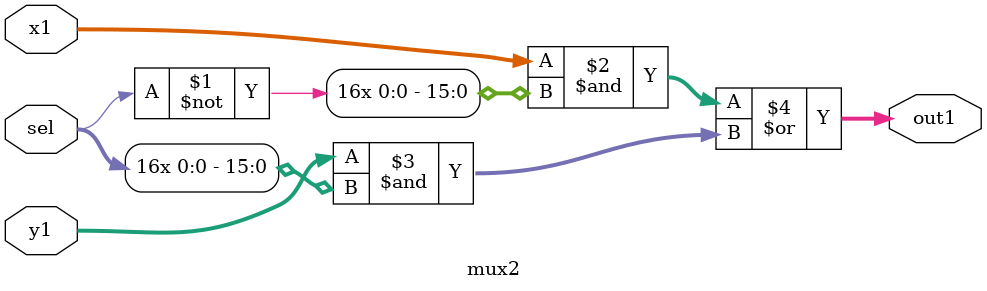
<source format=sv>

module alu #(parameter width = 16)
(   input logic signed [width-1: 0] x, y,
    input [5: 0] select,
    output logic signed [width-1: 0] out,
    output logic zr, ng
    );
 
 logic signed [width -1: 0] w1, w2, w3;
 mux_in #(width) mux_1(x, select[5: 4], w1);
 mux_in #(width) mux_2(y, select[3: 2], w2);
 
 mux2 #(width) mux_3(w1 & w2, w1 + w2, select[1], w3);
 mux2 #(width) mux_4(w3, ~w3, select[0], out);
 
 assign zr = ~( | out[width-1: 0]);
 assign ng = out[width-1];
endmodule

module mux_in #(parameter width = 16)
(   input logic signed [width-1: 0] in,
    input logic [1: 0] selec,
    output logic signed [width-1: 0] a);

    mux4 #(width) mux_in1(in, in ^ in, ~in, 0, selec, a);
endmodule

module mux4 #(parameter width = 16)
(   input logic signed [width-1: 0] n1, n2, n3, n4,
    input logic [1: 0] sele,
    output logic signed [width-1: 0] out2);

logic signed [width-1: 0] wire1, wire2;
mux2 #(width) sel1(n1, n2, sele[0], wire1);
mux2 #(width) sel2(n3, n4, sele[0], wire2);
mux2 #(width) selout(wire1, wire2, sele[1], out2);
endmodule

module mux2 #(parameter width = 16)
(   input logic signed [width-1: 0] x1, y1,
    input logic sel,
    output logic signed [width-1: 0] out1);
    
assign out1 =(x1 & {width{~sel}}) | (y1 & {width{sel}});
endmodule 



</source>
